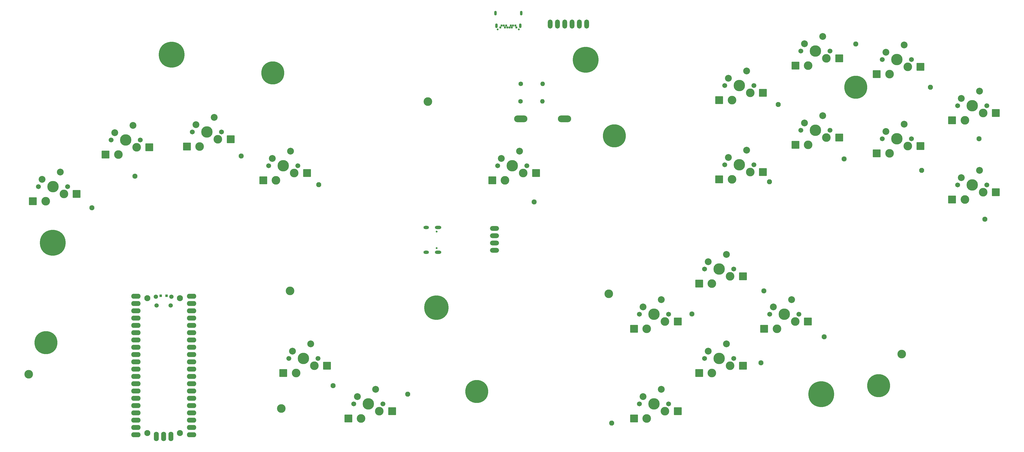
<source format=gbs>
%TF.GenerationSoftware,KiCad,Pcbnew,7.0.1*%
%TF.CreationDate,2023-04-12T17:14:02-06:00*%
%TF.ProjectId,OF1 v1,4f463120-7631-42e6-9b69-6361645f7063,rev?*%
%TF.SameCoordinates,Original*%
%TF.FileFunction,Soldermask,Bot*%
%TF.FilePolarity,Negative*%
%FSLAX46Y46*%
G04 Gerber Fmt 4.6, Leading zero omitted, Abs format (unit mm)*
G04 Created by KiCad (PCBNEW 7.0.1) date 2023-04-12 17:14:02*
%MOMM*%
%LPD*%
G01*
G04 APERTURE LIST*
G04 Aperture macros list*
%AMRoundRect*
0 Rectangle with rounded corners*
0 $1 Rounding radius*
0 $2 $3 $4 $5 $6 $7 $8 $9 X,Y pos of 4 corners*
0 Add a 4 corners polygon primitive as box body*
4,1,4,$2,$3,$4,$5,$6,$7,$8,$9,$2,$3,0*
0 Add four circle primitives for the rounded corners*
1,1,$1+$1,$2,$3*
1,1,$1+$1,$4,$5*
1,1,$1+$1,$6,$7*
1,1,$1+$1,$8,$9*
0 Add four rect primitives between the rounded corners*
20,1,$1+$1,$2,$3,$4,$5,0*
20,1,$1+$1,$4,$5,$6,$7,0*
20,1,$1+$1,$6,$7,$8,$9,0*
20,1,$1+$1,$8,$9,$2,$3,0*%
%AMFreePoly0*
4,1,17,0.425901,0.806901,0.806901,0.425901,0.825500,0.381000,0.825500,-0.381000,0.806901,-0.425901,0.425901,-0.806901,0.381000,-0.825500,-0.381000,-0.825500,-0.425901,-0.806901,-0.806901,-0.425901,-0.825500,-0.381000,-0.825500,0.381000,-0.806901,0.425901,-0.425901,0.806901,-0.381000,0.825500,0.381000,0.825500,0.425901,0.806901,0.425901,0.806901,$1*%
G04 Aperture macros list end*
%ADD10O,3.175000X1.651000*%
%ADD11C,3.000000*%
%ADD12C,1.701800*%
%ADD13C,3.987800*%
%ADD14C,2.374900*%
%ADD15RoundRect,0.063500X1.275000X1.250000X-1.275000X1.250000X-1.275000X-1.250000X1.275000X-1.250000X0*%
%ADD16FreePoly0,0.000000*%
%ADD17O,4.622800X2.374900*%
%ADD18C,9.000000*%
%ADD19C,8.000000*%
%ADD20C,8.500000*%
%ADD21C,0.650000*%
%ADD22C,0.777000*%
%ADD23O,0.877000X1.627000*%
%ADD24C,1.600000*%
%ADD25O,1.600000X1.600000*%
%ADD26C,1.500000*%
%ADD27C,2.100000*%
%ADD28O,3.327000X1.727000*%
%ADD29O,1.727000X3.327000*%
%ADD30RoundRect,0.063500X-0.400000X-0.400000X0.400000X-0.400000X0.400000X0.400000X-0.400000X0.400000X0*%
%ADD31O,2.227000X1.127000*%
%ADD32O,1.927000X1.127000*%
%ADD33O,1.651000X3.175000*%
G04 APERTURE END LIST*
D10*
%TO.C,J4*%
X142745065Y-111563600D03*
X142745065Y-109023600D03*
X142745065Y-106483600D03*
X142745065Y-103943600D03*
%TD*%
D11*
%TO.C,U$15*%
X280301100Y-77837600D03*
D12*
X287921100Y-72757600D03*
D13*
X282841100Y-72757600D03*
D11*
X286651100Y-75297600D03*
D12*
X277761100Y-72757600D03*
D14*
X279031100Y-70217600D03*
X285381100Y-67677600D03*
D15*
X291096100Y-75297600D03*
X275856100Y-77837600D03*
%TD*%
D16*
%TO.C,JP11*%
X264501100Y-79753600D03*
%TD*%
D13*
%TO.C,U$11*%
X282841100Y-45147600D03*
D11*
X286651100Y-47687600D03*
D12*
X277761100Y-45147600D03*
D11*
X280301100Y-50227600D03*
D12*
X287921100Y-45147600D03*
D14*
X279031100Y-42607600D03*
X285381100Y-40067600D03*
D15*
X291096100Y-47687600D03*
X275856100Y-50227600D03*
%TD*%
D16*
%TO.C,JP10*%
X238501100Y-87753600D03*
%TD*%
D13*
%TO.C,U$17*%
X220953100Y-118117600D03*
D11*
X224763100Y-120657600D03*
X218413100Y-123197600D03*
D12*
X215873100Y-118117600D03*
X226033100Y-118117600D03*
D14*
X217143100Y-115577600D03*
X223493100Y-113037600D03*
D15*
X229208100Y-120657600D03*
X213968100Y-123197600D03*
%TD*%
D16*
%TO.C,JP5*%
X81501100Y-88753600D03*
%TD*%
D13*
%TO.C,U$6*%
X76133100Y-149302600D03*
D12*
X81213100Y-149302600D03*
D11*
X79943100Y-151842600D03*
D12*
X71053100Y-149302600D03*
D11*
X73593100Y-154382600D03*
D14*
X72323100Y-146762600D03*
X78673100Y-144222600D03*
D15*
X84388100Y-151842600D03*
X69148100Y-154382600D03*
%TD*%
D17*
%TO.C,D1*%
X151881100Y-65753600D03*
X167121100Y-65753600D03*
%TD*%
D18*
%TO.C,@HOLE11*%
X174501100Y-45253600D03*
%TD*%
D19*
%TO.C,@HOLE8*%
X184501100Y-71753600D03*
%TD*%
D11*
%TO.C,@HOLE0*%
X68501100Y-166753600D03*
%TD*%
%TO.C,U$20*%
X224763100Y-151842600D03*
D13*
X220953100Y-149302600D03*
D11*
X218413100Y-154382600D03*
D12*
X215873100Y-149302600D03*
X226033100Y-149302600D03*
D14*
X217143100Y-146762600D03*
X223493100Y-144222600D03*
D15*
X229208100Y-151842600D03*
X213968100Y-154382600D03*
%TD*%
D16*
%TO.C,JP18*%
X211501100Y-133753600D03*
%TD*%
D19*
%TO.C,@HOLE9*%
X136501100Y-160753600D03*
%TD*%
D11*
%TO.C,U$10*%
X258296100Y-44712600D03*
X251946100Y-47252600D03*
D13*
X254486100Y-42172600D03*
D12*
X259566100Y-42172600D03*
X249406100Y-42172600D03*
D14*
X250676100Y-39632600D03*
X257026100Y-37092600D03*
D15*
X262741100Y-44712600D03*
X247501100Y-47252600D03*
%TD*%
D16*
%TO.C,JP6*%
X86501100Y-158753600D03*
%TD*%
D20*
%TO.C,@HOLE14*%
X122501100Y-131553600D03*
%TD*%
D16*
%TO.C,JP14*%
X311501100Y-72753600D03*
%TD*%
%TO.C,JP4*%
X54501100Y-78753600D03*
%TD*%
D13*
%TO.C,U$13*%
X227968100Y-81777600D03*
D12*
X222888100Y-81777600D03*
D11*
X225428100Y-86857600D03*
D12*
X233048100Y-81777600D03*
D11*
X231778100Y-84317600D03*
D14*
X224158100Y-79237600D03*
X230508100Y-76697600D03*
D15*
X236223100Y-84317600D03*
X220983100Y-86857600D03*
%TD*%
D16*
%TO.C,JP9*%
X241501100Y-60753600D03*
%TD*%
D21*
%TO.C,J2*%
X151168981Y-34593600D03*
X143818981Y-34593600D03*
D22*
X144768981Y-33943600D03*
X145168981Y-33243600D03*
X145968981Y-33243600D03*
X146368981Y-33943600D03*
X146768981Y-33243600D03*
X147168981Y-33943600D03*
X147968981Y-33943600D03*
X148368981Y-33243600D03*
X148768981Y-33943600D03*
X149168981Y-33243600D03*
X149968981Y-33243600D03*
X150368981Y-33943600D03*
D23*
X151698981Y-33343600D03*
X143438981Y-33343600D03*
X152058981Y-28953600D03*
X143078981Y-28953600D03*
%TD*%
D11*
%TO.C,U$1*%
X-13573900Y-94497600D03*
D13*
X-11033900Y-89417600D03*
D11*
X-7223900Y-91957600D03*
D12*
X-16113900Y-89417600D03*
X-5953900Y-89417600D03*
D14*
X-14843900Y-86877600D03*
X-8493900Y-84337600D03*
D15*
X-2778900Y-91957600D03*
X-18018900Y-94497600D03*
%TD*%
D13*
%TO.C,U$21*%
X198266100Y-165072600D03*
D12*
X193186100Y-165072600D03*
D11*
X195726100Y-170152600D03*
X202076100Y-167612600D03*
D12*
X203346100Y-165072600D03*
D14*
X194456100Y-162532600D03*
X200806100Y-159992600D03*
D15*
X206521100Y-167612600D03*
X191281100Y-170152600D03*
%TD*%
D16*
%TO.C,JP16*%
X291501100Y-83753600D03*
%TD*%
D12*
%TO.C,U$2*%
X19326100Y-73114600D03*
D11*
X18056100Y-75654600D03*
D12*
X9166100Y-73114600D03*
D13*
X14246100Y-73114600D03*
D11*
X11706100Y-78194600D03*
D14*
X10436100Y-70574600D03*
X16786100Y-68034600D03*
D15*
X22501100Y-75654600D03*
X7261100Y-78194600D03*
%TD*%
D12*
%TO.C,U$4*%
X47682100Y-70388600D03*
D13*
X42602100Y-70388600D03*
D11*
X46412100Y-72928600D03*
X40062100Y-75468600D03*
D12*
X37522100Y-70388600D03*
D14*
X38792100Y-67848600D03*
X45142100Y-65308600D03*
D15*
X50857100Y-72928600D03*
X35617100Y-75468600D03*
%TD*%
D18*
%TO.C,@HOLE13*%
X30301100Y-43453600D03*
%TD*%
D11*
%TO.C,@HOLE1*%
X284501100Y-147753600D03*
%TD*%
D16*
%TO.C,JP20*%
X235501100Y-150753600D03*
%TD*%
D11*
%TO.C,U$7*%
X102631100Y-167611600D03*
D12*
X93741100Y-165071600D03*
D11*
X96281100Y-170151600D03*
D13*
X98821100Y-165071600D03*
D12*
X103901100Y-165071600D03*
D14*
X95011100Y-162531600D03*
X101361100Y-159991600D03*
D15*
X107076100Y-167611600D03*
X91836100Y-170151600D03*
%TD*%
D16*
%TO.C,JP13*%
X294501100Y-54753600D03*
%TD*%
D13*
%TO.C,U$19*%
X243610100Y-133887600D03*
D11*
X247420100Y-136427600D03*
X241070100Y-138967600D03*
D12*
X248690100Y-133887600D03*
X238530100Y-133887600D03*
D14*
X239800100Y-131347600D03*
X246150100Y-128807600D03*
D15*
X251865100Y-136427600D03*
X236625100Y-138967600D03*
%TD*%
D16*
%TO.C,JP17*%
X236501100Y-125753600D03*
%TD*%
%TO.C,JP12*%
X268501100Y-39753600D03*
%TD*%
D11*
%TO.C,@HOLE2*%
X-19498900Y-154753600D03*
%TD*%
D24*
%TO.C,R3*%
X151781476Y-59692391D03*
D25*
X159401476Y-59692391D03*
%TD*%
D26*
%TO.C,J1*%
X24776100Y-127753600D03*
D27*
X21801100Y-175253600D03*
X33201100Y-175253600D03*
D26*
X25076100Y-130783600D03*
X29926100Y-130783600D03*
D27*
X21801100Y-128253600D03*
D26*
X30226100Y-127753600D03*
D27*
X33201100Y-128253600D03*
D28*
X37191100Y-137783600D03*
X37191100Y-135243600D03*
X37191100Y-140323600D03*
X37191100Y-145403600D03*
X17811100Y-132703600D03*
X17811100Y-145403600D03*
X17811100Y-158103600D03*
X17811100Y-170803600D03*
D29*
X27501100Y-176453600D03*
D28*
X37191100Y-170803600D03*
X37191100Y-158103600D03*
X37191100Y-132703600D03*
X17811100Y-127623600D03*
X17811100Y-130163600D03*
X17811100Y-135243600D03*
X17811100Y-137783600D03*
X17811100Y-140323600D03*
X17811100Y-142863600D03*
X17811100Y-147943600D03*
X17811100Y-150483600D03*
X17811100Y-153023600D03*
X17811100Y-155563600D03*
X17811100Y-160643600D03*
X17811100Y-163183600D03*
X17811100Y-165723600D03*
X17811100Y-168263600D03*
X17811100Y-173343600D03*
X17811100Y-175883600D03*
X37191100Y-175883600D03*
X37191100Y-173343600D03*
X37191100Y-168263600D03*
X37191100Y-165723600D03*
X37191100Y-163183600D03*
X37191100Y-160643600D03*
X37191100Y-155563600D03*
X37191100Y-150483600D03*
X37191100Y-147943600D03*
X37191100Y-142863600D03*
X37191100Y-153023600D03*
D29*
X24961100Y-176453600D03*
X30041100Y-176453600D03*
D30*
X28501100Y-127453600D03*
X26501100Y-127453600D03*
D28*
X37191100Y-127623600D03*
X37191100Y-130163600D03*
%TD*%
D16*
%TO.C,JP15*%
X313501100Y-100753600D03*
%TD*%
D11*
%TO.C,@HOLE10*%
X119501100Y-59753600D03*
%TD*%
D18*
%TO.C,@HOLE15*%
X256501100Y-161753600D03*
%TD*%
D19*
%TO.C,@HOLE6*%
X-13498900Y-143753600D03*
%TD*%
D11*
%TO.C,@HOLE16*%
X71501100Y-125753600D03*
%TD*%
%TO.C,U$5*%
X72984100Y-84691600D03*
X66634100Y-87231600D03*
D12*
X64094100Y-82151600D03*
D13*
X69174100Y-82151600D03*
D12*
X74254100Y-82151600D03*
D14*
X65364100Y-79611600D03*
X71714100Y-77071600D03*
D15*
X77429100Y-84691600D03*
X62189100Y-87231600D03*
%TD*%
D12*
%TO.C,U$18*%
X203346100Y-133887600D03*
D11*
X202076100Y-136427600D03*
D12*
X193186100Y-133887600D03*
D13*
X198266100Y-133887600D03*
D11*
X195726100Y-138967600D03*
D14*
X194456100Y-131347600D03*
X200806100Y-128807600D03*
D15*
X206521100Y-136427600D03*
X191281100Y-138967600D03*
%TD*%
D11*
%TO.C,@HOLE3*%
X182501100Y-126753600D03*
%TD*%
D18*
%TO.C,@HOLE12*%
X-11098900Y-108953600D03*
%TD*%
D13*
%TO.C,U$16*%
X309064100Y-88793600D03*
D12*
X314144100Y-88793600D03*
X303984100Y-88793600D03*
D11*
X312874100Y-91333600D03*
X306524100Y-93873600D03*
D14*
X305254100Y-86253600D03*
X311604100Y-83713600D03*
D15*
X317319100Y-91333600D03*
X302079100Y-93873600D03*
%TD*%
D19*
%TO.C,@HOLE4*%
X268501100Y-54753600D03*
%TD*%
D16*
%TO.C,JP7*%
X112501100Y-161753600D03*
%TD*%
D21*
%TO.C,J5*%
X122579393Y-105081075D03*
X122579393Y-110861075D03*
D31*
X123079393Y-103651075D03*
D32*
X118899393Y-103651075D03*
D31*
X123079393Y-112291075D03*
D32*
X118899393Y-112291075D03*
%TD*%
D16*
%TO.C,JP2*%
X2501100Y-96753600D03*
%TD*%
%TO.C,JP8*%
X156501100Y-94753600D03*
%TD*%
D11*
%TO.C,U$12*%
X306524100Y-66263600D03*
D13*
X309064100Y-61183600D03*
D12*
X314144100Y-61183600D03*
D11*
X312874100Y-63723600D03*
D12*
X303984100Y-61183600D03*
D14*
X305254100Y-58643600D03*
X311604100Y-56103600D03*
D15*
X317319100Y-63723600D03*
X302079100Y-66263600D03*
%TD*%
D11*
%TO.C,U$9*%
X225428100Y-59248600D03*
D12*
X222888100Y-54168600D03*
D13*
X227968100Y-54168600D03*
D12*
X233048100Y-54168600D03*
D11*
X231778100Y-56708600D03*
D14*
X224158100Y-51628600D03*
X230508100Y-49088600D03*
D15*
X236223100Y-56708600D03*
X220983100Y-59248600D03*
%TD*%
D16*
%TO.C,JP21*%
X183501100Y-171753600D03*
%TD*%
D12*
%TO.C,U$14*%
X259566100Y-69782600D03*
D11*
X251946100Y-74862600D03*
X258296100Y-72322600D03*
D12*
X249406100Y-69782600D03*
D13*
X254486100Y-69782600D03*
D14*
X250676100Y-67242600D03*
X257026100Y-64702600D03*
D15*
X262741100Y-72322600D03*
X247501100Y-74862600D03*
%TD*%
D16*
%TO.C,JP19*%
X257501100Y-141753600D03*
%TD*%
D33*
%TO.C,J3*%
X162151100Y-32753600D03*
X164691100Y-32753600D03*
X167231100Y-32753600D03*
X169771100Y-32753600D03*
X172311100Y-32753600D03*
X174851100Y-32753600D03*
%TD*%
D19*
%TO.C,@HOLE5*%
X276501100Y-158753600D03*
%TD*%
D24*
%TO.C,R1*%
X151826963Y-53595091D03*
D25*
X159446963Y-53595091D03*
%TD*%
D19*
%TO.C,@HOLE7*%
X65501100Y-49753600D03*
%TD*%
D16*
%TO.C,JP3*%
X17501100Y-85753600D03*
%TD*%
D12*
%TO.C,U$8*%
X153986100Y-82151600D03*
X143826100Y-82151600D03*
D11*
X152716100Y-84691600D03*
D13*
X148906100Y-82151600D03*
D11*
X146366100Y-87231600D03*
D14*
X145096100Y-79611600D03*
X151446100Y-77071600D03*
D15*
X157161100Y-84691600D03*
X141921100Y-87231600D03*
%TD*%
M02*

</source>
